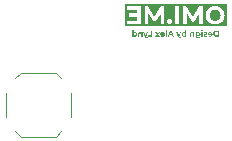
<source format=gbr>
%TF.GenerationSoftware,KiCad,Pcbnew,9.0.1-9.0.1-0~ubuntu22.04.1*%
%TF.CreationDate,2025-05-27T18:32:29-04:00*%
%TF.ProjectId,Omi-Glass-DevKit,4f6d692d-476c-4617-9373-2d4465764b69,rev?*%
%TF.SameCoordinates,Original*%
%TF.FileFunction,Legend,Bot*%
%TF.FilePolarity,Positive*%
%FSLAX46Y46*%
G04 Gerber Fmt 4.6, Leading zero omitted, Abs format (unit mm)*
G04 Created by KiCad (PCBNEW 9.0.1-9.0.1-0~ubuntu22.04.1) date 2025-05-27 18:32:29*
%MOMM*%
%LPD*%
G01*
G04 APERTURE LIST*
%ADD10C,0.100000*%
%ADD11C,0.120000*%
G04 APERTURE END LIST*
D10*
G36*
X15293728Y-1223500D02*
G01*
X15071253Y-1223500D01*
X15018468Y-1219921D01*
X14971759Y-1209651D01*
X14930203Y-1193122D01*
X14901088Y-1176144D01*
X14875766Y-1156338D01*
X14853895Y-1133620D01*
X14835253Y-1107789D01*
X14820583Y-1079734D01*
X14809934Y-1049094D01*
X14803360Y-1015465D01*
X14801090Y-978371D01*
X14915731Y-978371D01*
X14918085Y-1008852D01*
X14924833Y-1035579D01*
X14935729Y-1059185D01*
X14950805Y-1080275D01*
X14969310Y-1097800D01*
X14991599Y-1112033D01*
X15016164Y-1122092D01*
X15044268Y-1128387D01*
X15076565Y-1130596D01*
X15180063Y-1130596D01*
X15180063Y-826391D01*
X15076565Y-826391D01*
X15044270Y-828603D01*
X15016166Y-834909D01*
X14991599Y-844984D01*
X14969289Y-859181D01*
X14950787Y-876600D01*
X14935729Y-897496D01*
X14924859Y-920875D01*
X14918098Y-947605D01*
X14915731Y-978371D01*
X14801090Y-978371D01*
X14803362Y-941257D01*
X14809939Y-907645D01*
X14820588Y-877054D01*
X14835253Y-849075D01*
X14853887Y-823321D01*
X14875754Y-800652D01*
X14901079Y-780870D01*
X14930203Y-763896D01*
X14971760Y-747349D01*
X15018470Y-737069D01*
X15071253Y-733487D01*
X15293728Y-733487D01*
X15293728Y-1223500D01*
G37*
G36*
X14536819Y-1228812D02*
G01*
X14579228Y-1225859D01*
X14616589Y-1217393D01*
X14649690Y-1203777D01*
X14679837Y-1184715D01*
X14704628Y-1161820D01*
X14724611Y-1134839D01*
X14739251Y-1104602D01*
X14748149Y-1071561D01*
X14751203Y-1035066D01*
X14748199Y-998197D01*
X14739476Y-965040D01*
X14725191Y-934927D01*
X14705671Y-907879D01*
X14681943Y-885149D01*
X14653598Y-866416D01*
X14622390Y-852804D01*
X14588274Y-844486D01*
X14550649Y-841626D01*
X14514300Y-844332D01*
X14481226Y-852208D01*
X14450876Y-865104D01*
X14423336Y-882999D01*
X14400039Y-905247D01*
X14380626Y-932240D01*
X14366565Y-962345D01*
X14357807Y-996887D01*
X14354736Y-1036776D01*
X14355225Y-1051095D01*
X14356415Y-1065841D01*
X14662543Y-1065841D01*
X14662543Y-1002215D01*
X14414240Y-1002215D01*
X14456433Y-1021236D01*
X14459241Y-993409D01*
X14468065Y-970220D01*
X14482408Y-950662D01*
X14501099Y-935995D01*
X14523404Y-926854D01*
X14550100Y-923661D01*
X14576872Y-926846D01*
X14599467Y-935995D01*
X14618348Y-950738D01*
X14632501Y-970433D01*
X14641158Y-993894D01*
X14644225Y-1022518D01*
X14644225Y-1039554D01*
X14640711Y-1068943D01*
X14630639Y-1093593D01*
X14614280Y-1114050D01*
X14592079Y-1129344D01*
X14565638Y-1138611D01*
X14533613Y-1141892D01*
X14504781Y-1139497D01*
X14480979Y-1132794D01*
X14459402Y-1121445D01*
X14439000Y-1105011D01*
X14380901Y-1168056D01*
X14399708Y-1186145D01*
X14421384Y-1201187D01*
X14446266Y-1213272D01*
X14472736Y-1221676D01*
X14502742Y-1226960D01*
X14536819Y-1228812D01*
G37*
G36*
X14155556Y-1228812D02*
G01*
X14202671Y-1225900D01*
X14247727Y-1217271D01*
X14289400Y-1203570D01*
X14318588Y-1188481D01*
X14281952Y-1110354D01*
X14254646Y-1124606D01*
X14220922Y-1136427D01*
X14185437Y-1143903D01*
X14150793Y-1146349D01*
X14116131Y-1143608D01*
X14097365Y-1137221D01*
X14088317Y-1130103D01*
X14083233Y-1121871D01*
X14081520Y-1112094D01*
X14084538Y-1100722D01*
X14093854Y-1092250D01*
X14107330Y-1086513D01*
X14126400Y-1081869D01*
X14170913Y-1074939D01*
X14219670Y-1065474D01*
X14243248Y-1057884D01*
X14264336Y-1047645D01*
X14282546Y-1033785D01*
X14296881Y-1015588D01*
X14305854Y-993305D01*
X14309185Y-962801D01*
X14306833Y-939810D01*
X14299939Y-919039D01*
X14288424Y-899969D01*
X14273100Y-883563D01*
X14253448Y-869286D01*
X14228737Y-857166D01*
X14202355Y-848842D01*
X14171414Y-843519D01*
X14135162Y-841626D01*
X14096136Y-843691D01*
X14056455Y-849961D01*
X14018848Y-860550D01*
X13990051Y-873957D01*
X14026687Y-952085D01*
X14054435Y-938369D01*
X14081489Y-930042D01*
X14108825Y-925545D01*
X14134734Y-924088D01*
X14168843Y-926985D01*
X14188376Y-933919D01*
X14198109Y-941480D01*
X14203407Y-949640D01*
X14205137Y-958771D01*
X14202076Y-970938D01*
X14192803Y-979806D01*
X14179288Y-985891D01*
X14160258Y-990950D01*
X14115745Y-998338D01*
X14067140Y-1007925D01*
X14043660Y-1015546D01*
X14022627Y-1025693D01*
X14004385Y-1039348D01*
X13990051Y-1057323D01*
X13981051Y-1079347D01*
X13977717Y-1109438D01*
X13980069Y-1131889D01*
X13986988Y-1152309D01*
X13998600Y-1171201D01*
X14013970Y-1187366D01*
X14033873Y-1201487D01*
X14059111Y-1213516D01*
X14085983Y-1221678D01*
X14117853Y-1226933D01*
X14155556Y-1228812D01*
G37*
G36*
X13910458Y-1223500D02*
G01*
X13910458Y-846938D01*
X13801251Y-846938D01*
X13801251Y-1223500D01*
X13910458Y-1223500D01*
G37*
G36*
X13856084Y-794609D02*
G01*
X13875583Y-792523D01*
X13891748Y-786608D01*
X13905299Y-776993D01*
X13915868Y-764248D01*
X13922098Y-749939D01*
X13924228Y-733518D01*
X13922099Y-717117D01*
X13915869Y-702818D01*
X13905299Y-690073D01*
X13891748Y-680458D01*
X13875583Y-674543D01*
X13856084Y-672457D01*
X13836494Y-674443D01*
X13820319Y-680051D01*
X13806838Y-689096D01*
X13796304Y-701225D01*
X13790061Y-715179D01*
X13787910Y-731564D01*
X13790046Y-748841D01*
X13796239Y-763675D01*
X13806625Y-776657D01*
X13820078Y-786439D01*
X13836306Y-792473D01*
X13856084Y-794609D01*
G37*
G36*
X13574092Y-844191D02*
G01*
X13605509Y-851694D01*
X13634647Y-864035D01*
X13661203Y-881064D01*
X13683719Y-902043D01*
X13702547Y-927294D01*
X13716369Y-955521D01*
X13724873Y-987235D01*
X13727826Y-1023190D01*
X13724873Y-1059144D01*
X13716369Y-1090858D01*
X13702547Y-1119086D01*
X13683733Y-1144363D01*
X13661216Y-1165468D01*
X13634647Y-1182711D01*
X13605491Y-1195243D01*
X13574077Y-1202854D01*
X13539911Y-1205456D01*
X13508386Y-1203163D01*
X13480557Y-1196576D01*
X13455831Y-1185947D01*
X13433772Y-1170838D01*
X13420690Y-1157085D01*
X13420690Y-1174376D01*
X13423994Y-1207502D01*
X13432982Y-1232577D01*
X13446977Y-1251496D01*
X13460748Y-1262054D01*
X13478655Y-1270133D01*
X13501696Y-1275457D01*
X13531119Y-1277416D01*
X13567238Y-1274547D01*
X13603964Y-1265784D01*
X13638201Y-1251757D01*
X13664597Y-1234551D01*
X13708103Y-1313198D01*
X13685000Y-1328349D01*
X13657714Y-1341215D01*
X13625641Y-1351635D01*
X13575636Y-1361332D01*
X13523059Y-1364611D01*
X13481322Y-1362303D01*
X13445573Y-1355796D01*
X13414959Y-1345579D01*
X13388747Y-1331936D01*
X13366346Y-1314938D01*
X13347626Y-1294280D01*
X13332615Y-1269351D01*
X13321325Y-1239439D01*
X13314078Y-1203604D01*
X13311483Y-1160729D01*
X13311483Y-1023190D01*
X13419286Y-1023190D01*
X13422538Y-1049415D01*
X13431926Y-1071672D01*
X13446896Y-1090249D01*
X13466852Y-1104340D01*
X13490395Y-1113029D01*
X13518174Y-1116063D01*
X13545443Y-1113055D01*
X13569190Y-1104340D01*
X13589437Y-1090235D01*
X13604605Y-1071672D01*
X13614086Y-1049407D01*
X13617367Y-1023190D01*
X13614073Y-996757D01*
X13604605Y-974586D01*
X13589433Y-956200D01*
X13569190Y-942407D01*
X13545462Y-933945D01*
X13518174Y-931019D01*
X13490375Y-933970D01*
X13466852Y-942407D01*
X13446901Y-956186D01*
X13431926Y-974586D01*
X13422551Y-996749D01*
X13419286Y-1023190D01*
X13311483Y-1023190D01*
X13311483Y-846938D01*
X13415531Y-846938D01*
X13415531Y-894772D01*
X13433787Y-875697D01*
X13455831Y-860799D01*
X13480538Y-850359D01*
X13508368Y-843882D01*
X13539911Y-841626D01*
X13574092Y-844191D01*
G37*
G36*
X12981542Y-841626D02*
G01*
X12952001Y-843680D01*
X12925419Y-849623D01*
X12901339Y-859272D01*
X12879610Y-873026D01*
X12861125Y-890987D01*
X12845621Y-913647D01*
X12834735Y-938952D01*
X12827705Y-970006D01*
X12825165Y-1008047D01*
X12825165Y-1223500D01*
X12934372Y-1223500D01*
X12934372Y-1024381D01*
X12936975Y-994703D01*
X12943906Y-973014D01*
X12954370Y-957366D01*
X12968997Y-945655D01*
X12987316Y-938385D01*
X13010424Y-935781D01*
X13035611Y-938595D01*
X13057288Y-946711D01*
X13075462Y-960332D01*
X13089344Y-979928D01*
X13097653Y-1004158D01*
X13100763Y-1037264D01*
X13100763Y-1223500D01*
X13209970Y-1223500D01*
X13209970Y-846938D01*
X13105922Y-846938D01*
X13105922Y-951321D01*
X13125462Y-919967D01*
X13109907Y-896336D01*
X13090687Y-877034D01*
X13067454Y-861654D01*
X13041622Y-850685D01*
X13013155Y-843950D01*
X12981542Y-841626D01*
G37*
G36*
X12528532Y-1223500D02*
G01*
X12424485Y-1223500D01*
X12424485Y-1178711D01*
X12412957Y-1192022D01*
X12391329Y-1208021D01*
X12366671Y-1219330D01*
X12338589Y-1226356D01*
X12306393Y-1228812D01*
X12271454Y-1226058D01*
X12239719Y-1218038D01*
X12210620Y-1204876D01*
X12184328Y-1186788D01*
X12162031Y-1164483D01*
X12143422Y-1137557D01*
X12129931Y-1107695D01*
X12121556Y-1073799D01*
X12118632Y-1035066D01*
X12229091Y-1035066D01*
X12232447Y-1065690D01*
X12241944Y-1090876D01*
X12257130Y-1111924D01*
X12276382Y-1126993D01*
X12299104Y-1136221D01*
X12325170Y-1139388D01*
X12351267Y-1136221D01*
X12374018Y-1126993D01*
X12393251Y-1111928D01*
X12408456Y-1090876D01*
X12417931Y-1065692D01*
X12421279Y-1035066D01*
X12417899Y-1003922D01*
X12408456Y-979073D01*
X12393286Y-958426D01*
X12374018Y-943445D01*
X12351265Y-934193D01*
X12325170Y-931019D01*
X12299105Y-934193D01*
X12276382Y-943445D01*
X12257096Y-958430D01*
X12241944Y-979073D01*
X12232479Y-1003924D01*
X12229091Y-1035066D01*
X12118632Y-1035066D01*
X12121556Y-996354D01*
X12129931Y-962479D01*
X12143422Y-932637D01*
X12162038Y-905701D01*
X12184336Y-883440D01*
X12210620Y-865439D01*
X12239713Y-852347D01*
X12271448Y-844366D01*
X12306393Y-841626D01*
X12337269Y-844063D01*
X12364776Y-851105D01*
X12389497Y-862570D01*
X12411291Y-878605D01*
X12419325Y-887693D01*
X12419325Y-704087D01*
X12528532Y-704087D01*
X12528532Y-1223500D01*
G37*
G36*
X12008906Y-1364611D02*
G01*
X12037688Y-1362373D01*
X12066639Y-1355574D01*
X12093450Y-1344449D01*
X12114113Y-1330325D01*
X12073874Y-1252656D01*
X12060308Y-1262635D01*
X12044840Y-1270303D01*
X12028334Y-1275157D01*
X12011959Y-1276744D01*
X11990906Y-1273843D01*
X11975536Y-1265876D01*
X11963254Y-1252495D01*
X11950990Y-1229911D01*
X11931084Y-1183841D01*
X11922444Y-1171812D01*
X11787255Y-846938D01*
X11682658Y-846938D01*
X11852407Y-1246825D01*
X11873052Y-1288832D01*
X11894295Y-1317930D01*
X11910892Y-1333783D01*
X11928144Y-1345732D01*
X11946196Y-1354169D01*
X11975628Y-1361921D01*
X12008906Y-1364611D01*
G37*
G36*
X11944365Y-1238032D02*
G01*
X12112220Y-846938D01*
X11999655Y-846938D01*
X11869229Y-1162042D01*
X11944365Y-1238032D01*
G37*
G36*
X11497339Y-1223500D02*
G01*
X11278925Y-733487D01*
X11166787Y-733487D01*
X10947945Y-1223500D01*
X11066373Y-1223500D01*
X11246105Y-791220D01*
X11201134Y-791220D01*
X11380896Y-1223500D01*
X11497339Y-1223500D01*
G37*
G36*
X11387674Y-1118689D02*
G01*
X11357937Y-1032624D01*
X11105512Y-1032624D01*
X11075348Y-1118689D01*
X11387674Y-1118689D01*
G37*
G36*
X10904317Y-1223500D02*
G01*
X10904317Y-704087D01*
X10795110Y-704087D01*
X10795110Y-1223500D01*
X10904317Y-1223500D01*
G37*
G36*
X10507301Y-1228812D02*
G01*
X10549709Y-1225859D01*
X10587071Y-1217393D01*
X10620171Y-1203777D01*
X10650318Y-1184715D01*
X10675109Y-1161820D01*
X10695093Y-1134839D01*
X10709732Y-1104602D01*
X10718631Y-1071561D01*
X10721685Y-1035066D01*
X10718680Y-998197D01*
X10709958Y-965040D01*
X10695673Y-934927D01*
X10676152Y-907879D01*
X10652424Y-885149D01*
X10624079Y-866416D01*
X10592872Y-852804D01*
X10558755Y-844486D01*
X10521131Y-841626D01*
X10484782Y-844332D01*
X10451708Y-852208D01*
X10421358Y-865104D01*
X10393817Y-882999D01*
X10370520Y-905247D01*
X10351107Y-932240D01*
X10337046Y-962345D01*
X10328288Y-996887D01*
X10325218Y-1036776D01*
X10325706Y-1051095D01*
X10326897Y-1065841D01*
X10633025Y-1065841D01*
X10633025Y-1002215D01*
X10384721Y-1002215D01*
X10426914Y-1021236D01*
X10429723Y-993409D01*
X10438546Y-970220D01*
X10452889Y-950662D01*
X10471580Y-935995D01*
X10493886Y-926854D01*
X10520581Y-923661D01*
X10547353Y-926846D01*
X10569949Y-935995D01*
X10588830Y-950738D01*
X10602983Y-970433D01*
X10611639Y-993894D01*
X10614706Y-1022518D01*
X10614706Y-1039554D01*
X10611193Y-1068943D01*
X10601120Y-1093593D01*
X10584761Y-1114050D01*
X10562561Y-1129344D01*
X10536120Y-1138611D01*
X10504095Y-1141892D01*
X10475263Y-1139497D01*
X10451461Y-1132794D01*
X10429884Y-1121445D01*
X10409481Y-1105011D01*
X10351382Y-1168056D01*
X10370189Y-1186145D01*
X10391865Y-1201187D01*
X10416748Y-1213272D01*
X10443218Y-1221676D01*
X10473223Y-1226960D01*
X10507301Y-1228812D01*
G37*
G36*
X10310990Y-1223500D02*
G01*
X10141791Y-1002521D01*
X10143867Y-1062696D01*
X10305526Y-846938D01*
X10183190Y-846938D01*
X10081189Y-987591D01*
X10127137Y-989087D01*
X10021776Y-846938D01*
X9905303Y-846938D01*
X10068060Y-1060498D01*
X10067633Y-1001269D01*
X9899686Y-1223500D01*
X10023975Y-1223500D01*
X10130892Y-1074053D01*
X10085096Y-1080190D01*
X10191434Y-1223500D01*
X10310990Y-1223500D01*
G37*
G36*
X9641460Y-1223500D02*
G01*
X9641460Y-733487D01*
X9527795Y-733487D01*
X9527795Y-1130870D01*
X9282514Y-1130870D01*
X9282514Y-1223500D01*
X9641460Y-1223500D01*
G37*
G36*
X9204998Y-1364611D02*
G01*
X9233780Y-1362373D01*
X9262731Y-1355574D01*
X9289542Y-1344449D01*
X9310205Y-1330325D01*
X9269966Y-1252656D01*
X9256400Y-1262635D01*
X9240932Y-1270303D01*
X9224426Y-1275157D01*
X9208051Y-1276744D01*
X9186998Y-1273843D01*
X9171628Y-1265876D01*
X9159346Y-1252495D01*
X9147082Y-1229911D01*
X9127176Y-1183841D01*
X9118536Y-1171812D01*
X8983347Y-846938D01*
X8878750Y-846938D01*
X9048499Y-1246825D01*
X9069144Y-1288832D01*
X9090387Y-1317930D01*
X9106984Y-1333783D01*
X9124236Y-1345732D01*
X9142288Y-1354169D01*
X9171720Y-1361921D01*
X9204998Y-1364611D01*
G37*
G36*
X9140457Y-1238032D02*
G01*
X9308313Y-846938D01*
X9195747Y-846938D01*
X9065321Y-1162042D01*
X9140457Y-1238032D01*
G37*
G36*
X8605687Y-841626D02*
G01*
X8576147Y-843680D01*
X8549565Y-849623D01*
X8525484Y-859272D01*
X8503756Y-873026D01*
X8485270Y-890987D01*
X8469766Y-913647D01*
X8458880Y-938952D01*
X8451850Y-970006D01*
X8449310Y-1008047D01*
X8449310Y-1223500D01*
X8558518Y-1223500D01*
X8558518Y-1024381D01*
X8561121Y-994703D01*
X8568051Y-973014D01*
X8578515Y-957366D01*
X8593142Y-945655D01*
X8611461Y-938385D01*
X8634569Y-935781D01*
X8659756Y-938595D01*
X8681433Y-946711D01*
X8699607Y-960332D01*
X8713490Y-979928D01*
X8721798Y-1004158D01*
X8724908Y-1037264D01*
X8724908Y-1223500D01*
X8834115Y-1223500D01*
X8834115Y-846938D01*
X8730068Y-846938D01*
X8730068Y-951321D01*
X8749607Y-919967D01*
X8734053Y-896336D01*
X8714832Y-877034D01*
X8691599Y-861654D01*
X8665767Y-850685D01*
X8637300Y-843950D01*
X8605687Y-841626D01*
G37*
G36*
X8073879Y-887588D02*
G01*
X8081798Y-878584D01*
X8103402Y-862570D01*
X8127897Y-851140D01*
X8155488Y-844081D01*
X8186810Y-841626D01*
X8221293Y-844348D01*
X8252930Y-852312D01*
X8282248Y-865439D01*
X8308745Y-883460D01*
X8331160Y-905723D01*
X8349812Y-932637D01*
X8363286Y-962477D01*
X8371651Y-996352D01*
X8374572Y-1035066D01*
X8371651Y-1073801D01*
X8363286Y-1107696D01*
X8349812Y-1137557D01*
X8331168Y-1164461D01*
X8308753Y-1186768D01*
X8282248Y-1204876D01*
X8252924Y-1218073D01*
X8221287Y-1226076D01*
X8186810Y-1228812D01*
X8154163Y-1226338D01*
X8126002Y-1219296D01*
X8101570Y-1208021D01*
X8080150Y-1192045D01*
X8068719Y-1178770D01*
X8068719Y-1223500D01*
X7964702Y-1223500D01*
X7964702Y-1035066D01*
X8071925Y-1035066D01*
X8075281Y-1065690D01*
X8084778Y-1090876D01*
X8099965Y-1111924D01*
X8119216Y-1126993D01*
X8141964Y-1136222D01*
X8168034Y-1139388D01*
X8194105Y-1136222D01*
X8216852Y-1126993D01*
X8236085Y-1111928D01*
X8251291Y-1090876D01*
X8260765Y-1065692D01*
X8264113Y-1035066D01*
X8260733Y-1003922D01*
X8251291Y-979073D01*
X8236120Y-958426D01*
X8216852Y-943445D01*
X8194103Y-934193D01*
X8168034Y-931019D01*
X8141965Y-934193D01*
X8119216Y-943445D01*
X8099930Y-958430D01*
X8084778Y-979073D01*
X8075313Y-1003924D01*
X8071925Y-1035066D01*
X7964702Y-1035066D01*
X7964702Y-704087D01*
X8073879Y-704087D01*
X8073879Y-887588D01*
G37*
G36*
X15056245Y1059174D02*
G01*
X15142785Y1033590D01*
X15221354Y991942D01*
X15288965Y936137D01*
X15344230Y867776D01*
X15386143Y787119D01*
X15411853Y697997D01*
X15420764Y596884D01*
X15411865Y495789D01*
X15386143Y406283D01*
X15344335Y325241D01*
X15289239Y256532D01*
X15221652Y200658D01*
X15142968Y159170D01*
X15056351Y133794D01*
X14960519Y125099D01*
X14864852Y133849D01*
X14778711Y159354D01*
X14700423Y200875D01*
X14633172Y256440D01*
X14578151Y324764D01*
X14536269Y405734D01*
X14510485Y495381D01*
X14501556Y596884D01*
X14510475Y698317D01*
X14536178Y787485D01*
X14577909Y868055D01*
X14632989Y936321D01*
X14700328Y992036D01*
X14778619Y1033590D01*
X14864777Y1059162D01*
X14960519Y1067937D01*
X15056245Y1059174D01*
G37*
G36*
X15931356Y-329896D02*
G01*
X7348139Y-329896D01*
X7348139Y135174D01*
X7514806Y135174D01*
X7514806Y-138500D01*
X8653375Y-138500D01*
X9001879Y-138500D01*
X9320249Y-138500D01*
X9322881Y741272D01*
X9755215Y17845D01*
X9907715Y17845D01*
X10339658Y725600D01*
X10339658Y-138500D01*
X10658120Y-138500D01*
X10658120Y50177D01*
X10902027Y50177D01*
X10908893Y-6831D01*
X10928667Y-55155D01*
X10961561Y-96826D01*
X11004123Y-128879D01*
X11051630Y-147918D01*
X11105726Y-154436D01*
X11160732Y-147882D01*
X11184313Y-138500D01*
X11555438Y-138500D01*
X11896431Y-138500D01*
X12244935Y-138500D01*
X12563306Y-138500D01*
X12565938Y741272D01*
X12998272Y17845D01*
X13150771Y17845D01*
X13582715Y725600D01*
X13582715Y-138500D01*
X13901177Y-138500D01*
X13901177Y596793D01*
X14157632Y596793D01*
X14164518Y488097D01*
X14184673Y387216D01*
X14217715Y292985D01*
X14263248Y204183D01*
X14319134Y124019D01*
X14385785Y51734D01*
X14461464Y-11004D01*
X14545912Y-63853D01*
X14640042Y-106992D01*
X14738929Y-137843D01*
X14845175Y-156752D01*
X14959878Y-163229D01*
X15074507Y-156719D01*
X15181164Y-137675D01*
X15280905Y-106534D01*
X15375747Y-63118D01*
X15460611Y-10048D01*
X15536444Y52833D01*
X15603182Y125222D01*
X15659125Y205361D01*
X15704696Y293993D01*
X15737693Y387977D01*
X15757815Y488554D01*
X15764689Y596884D01*
X15757806Y705209D01*
X15737676Y805565D01*
X15704696Y899135D01*
X15659161Y987425D01*
X15603194Y1067514D01*
X15536352Y1140111D01*
X15460387Y1203284D01*
X15375606Y1256436D01*
X15281088Y1299754D01*
X15181653Y1330781D01*
X15075154Y1349770D01*
X14960519Y1356266D01*
X14845389Y1349771D01*
X14738938Y1330823D01*
X14640042Y1299937D01*
X14545932Y1256829D01*
X14461484Y1203922D01*
X14385785Y1141027D01*
X14319099Y1068647D01*
X14263218Y988567D01*
X14217715Y900051D01*
X14184687Y806175D01*
X14164525Y705484D01*
X14157638Y596884D01*
X14157632Y596793D01*
X13901177Y596793D01*
X13901177Y1331536D01*
X13620542Y1331536D01*
X13069360Y417390D01*
X12528501Y1331536D01*
X12247866Y1331536D01*
X12244935Y-138500D01*
X11896431Y-138500D01*
X11896431Y1331536D01*
X11555438Y1331536D01*
X11555438Y-138500D01*
X11184313Y-138500D01*
X11208674Y-128808D01*
X11251264Y-96826D01*
X11284104Y-55162D01*
X11303850Y-6837D01*
X11310707Y50177D01*
X11303755Y108478D01*
X11283933Y156740D01*
X11251264Y197272D01*
X11208804Y228168D01*
X11160854Y246676D01*
X11105726Y253051D01*
X11051509Y246710D01*
X11003994Y228236D01*
X10961561Y197272D01*
X10928838Y156733D01*
X10908988Y108471D01*
X10902027Y50177D01*
X10658120Y50177D01*
X10658120Y1331536D01*
X10377485Y1331536D01*
X9826303Y417390D01*
X9285445Y1331536D01*
X9004810Y1331536D01*
X9001879Y-138500D01*
X8653375Y-138500D01*
X8653375Y1331536D01*
X7543383Y1331536D01*
X7543383Y1057770D01*
X8315679Y1057770D01*
X8315679Y739858D01*
X7632043Y739858D01*
X7632043Y475434D01*
X8315679Y475434D01*
X8315679Y135174D01*
X7514806Y135174D01*
X7348139Y135174D01*
X7348139Y1522933D01*
X15931356Y1522933D01*
X15931356Y-329896D01*
G37*
D11*
%TO.C,SW1*%
X-2720000Y-8040000D02*
X-2720000Y-5960000D01*
X-1450000Y-4280000D02*
X-1940000Y-4770000D01*
X-1450000Y-9720000D02*
X-1940000Y-9230000D01*
X1450000Y-4280000D02*
X-1450000Y-4280000D01*
X1450000Y-4280000D02*
X1940000Y-4770000D01*
X1450000Y-9720000D02*
X-1450000Y-9720000D01*
X1450000Y-9720000D02*
X1940000Y-9230000D01*
X2720000Y-8040000D02*
X2720000Y-5960000D01*
%TD*%
M02*

</source>
